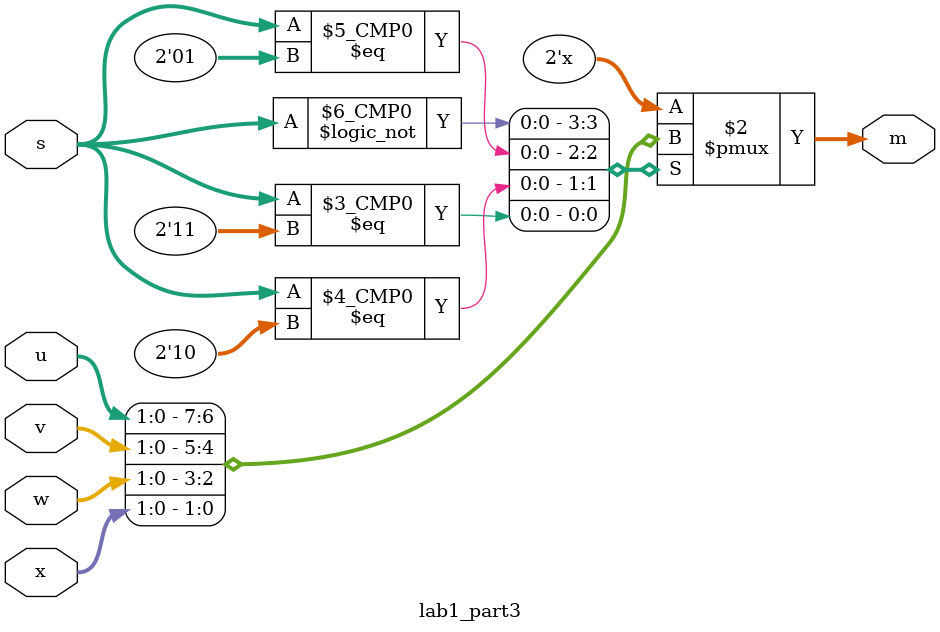
<source format=v>
module lab1_part3 (
	input [1:0] u,
	input [1:0] v,
	input [1:0] w,
	input [1:0] x,
	input [1:0] s,
	output reg [1:0] m
);

always @ (s) begin
	case (s)
		2'b00:
			m <= u;
		2'b01:
			m <= v;
		2'b10:
			m <= w;
		2'b11:
			m <= x;
		default:
			m <= 2'b00;
	endcase
end

endmodule

</source>
